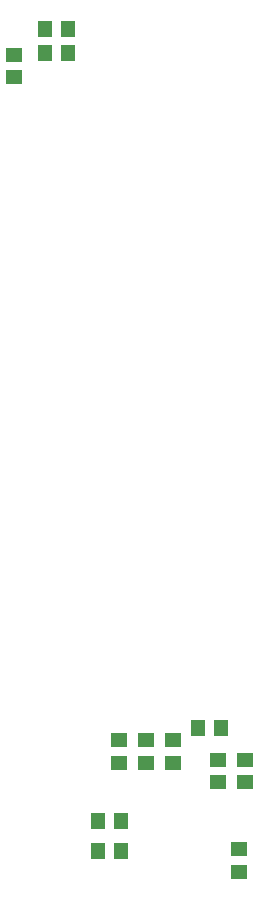
<source format=gbr>
G04 #@! TF.GenerationSoftware,KiCad,Pcbnew,(5.0.0-rc2-39-ga12b9db58)*
G04 #@! TF.CreationDate,2018-05-30T02:22:20-03:00*
G04 #@! TF.ProjectId,Mcc18,4D636331382E6B696361645F70636200,rev?*
G04 #@! TF.SameCoordinates,Original*
G04 #@! TF.FileFunction,Paste,Bot*
G04 #@! TF.FilePolarity,Positive*
%FSLAX46Y46*%
G04 Gerber Fmt 4.6, Leading zero omitted, Abs format (unit mm)*
G04 Created by KiCad (PCBNEW (5.0.0-rc2-39-ga12b9db58)) date Wed May 30 02:22:20 2018*
%MOMM*%
%LPD*%
G01*
G04 APERTURE LIST*
%ADD10R,1.400000X1.295000*%
%ADD11R,1.295000X1.400000*%
G04 APERTURE END LIST*
D10*
G04 #@! TO.C,C4*
X146558000Y-115062000D03*
X146558000Y-116997000D03*
G04 #@! TD*
D11*
G04 #@! TO.C,L3*
X155145500Y-114046000D03*
X153210500Y-114046000D03*
G04 #@! TD*
D10*
G04 #@! TO.C,C5*
X148844000Y-116997000D03*
X148844000Y-115062000D03*
G04 #@! TD*
D11*
G04 #@! TO.C,C2*
X144780000Y-124460000D03*
X146715000Y-124460000D03*
G04 #@! TD*
D10*
G04 #@! TO.C,C10*
X154940000Y-118618000D03*
X154940000Y-116683000D03*
G04 #@! TD*
G04 #@! TO.C,C8*
X151130000Y-115062000D03*
X151130000Y-116997000D03*
G04 #@! TD*
G04 #@! TO.C,C9*
X157226000Y-118618000D03*
X157226000Y-116683000D03*
G04 #@! TD*
G04 #@! TO.C,C1*
X137668000Y-58928000D03*
X137668000Y-56993000D03*
G04 #@! TD*
D11*
G04 #@! TO.C,C3*
X146715000Y-121920000D03*
X144780000Y-121920000D03*
G04 #@! TD*
D10*
G04 #@! TO.C,R1*
X156718000Y-126189500D03*
X156718000Y-124254500D03*
G04 #@! TD*
D11*
G04 #@! TO.C,R105*
X142191500Y-54864000D03*
X140256500Y-54864000D03*
G04 #@! TD*
G04 #@! TO.C,R106*
X140256500Y-56896000D03*
X142191500Y-56896000D03*
G04 #@! TD*
M02*

</source>
